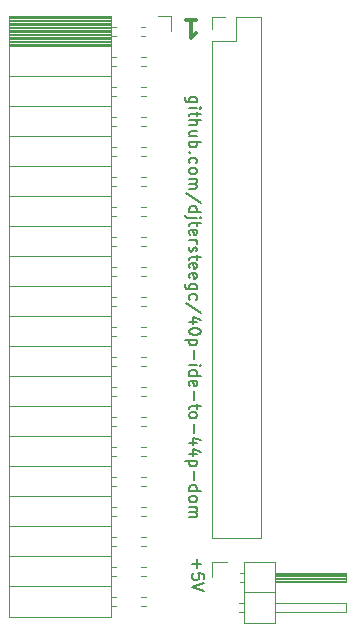
<source format=gbr>
%TF.GenerationSoftware,KiCad,Pcbnew,(6.0.4)*%
%TF.CreationDate,2022-04-17T12:33:45-05:00*%
%TF.ProjectId,40p-ide-to-44p-dom,3430702d-6964-4652-9d74-6f2d3434702d,rev?*%
%TF.SameCoordinates,Original*%
%TF.FileFunction,Legend,Top*%
%TF.FilePolarity,Positive*%
%FSLAX46Y46*%
G04 Gerber Fmt 4.6, Leading zero omitted, Abs format (unit mm)*
G04 Created by KiCad (PCBNEW (6.0.4)) date 2022-04-17 12:33:45*
%MOMM*%
%LPD*%
G01*
G04 APERTURE LIST*
%ADD10C,0.200000*%
%ADD11C,0.300000*%
%ADD12C,0.120000*%
G04 APERTURE END LIST*
D10*
X159694571Y-107934285D02*
X159694571Y-108696190D01*
X159313619Y-108315238D02*
X160075523Y-108315238D01*
X160313619Y-109648571D02*
X160313619Y-109172380D01*
X159837428Y-109124761D01*
X159885047Y-109172380D01*
X159932666Y-109267619D01*
X159932666Y-109505714D01*
X159885047Y-109600952D01*
X159837428Y-109648571D01*
X159742190Y-109696190D01*
X159504095Y-109696190D01*
X159408857Y-109648571D01*
X159361238Y-109600952D01*
X159313619Y-109505714D01*
X159313619Y-109267619D01*
X159361238Y-109172380D01*
X159408857Y-109124761D01*
X160313619Y-109981904D02*
X159313619Y-110315238D01*
X160313619Y-110648571D01*
D11*
X158829428Y-62313428D02*
X159686571Y-62313428D01*
X159258000Y-62313428D02*
X159258000Y-63813428D01*
X159400857Y-63599142D01*
X159543714Y-63456285D01*
X159686571Y-63384857D01*
D10*
X159726285Y-69256857D02*
X158916761Y-69256857D01*
X158821523Y-69209238D01*
X158773904Y-69161619D01*
X158726285Y-69066380D01*
X158726285Y-68923523D01*
X158773904Y-68828285D01*
X159107238Y-69256857D02*
X159059619Y-69161619D01*
X159059619Y-68971142D01*
X159107238Y-68875904D01*
X159154857Y-68828285D01*
X159250095Y-68780666D01*
X159535809Y-68780666D01*
X159631047Y-68828285D01*
X159678666Y-68875904D01*
X159726285Y-68971142D01*
X159726285Y-69161619D01*
X159678666Y-69256857D01*
X159059619Y-69733047D02*
X159726285Y-69733047D01*
X160059619Y-69733047D02*
X160012000Y-69685428D01*
X159964380Y-69733047D01*
X160012000Y-69780666D01*
X160059619Y-69733047D01*
X159964380Y-69733047D01*
X159726285Y-70066380D02*
X159726285Y-70447333D01*
X160059619Y-70209238D02*
X159202476Y-70209238D01*
X159107238Y-70256857D01*
X159059619Y-70352095D01*
X159059619Y-70447333D01*
X159059619Y-70780666D02*
X160059619Y-70780666D01*
X159059619Y-71209238D02*
X159583428Y-71209238D01*
X159678666Y-71161619D01*
X159726285Y-71066380D01*
X159726285Y-70923523D01*
X159678666Y-70828285D01*
X159631047Y-70780666D01*
X159726285Y-72114000D02*
X159059619Y-72114000D01*
X159726285Y-71685428D02*
X159202476Y-71685428D01*
X159107238Y-71733047D01*
X159059619Y-71828285D01*
X159059619Y-71971142D01*
X159107238Y-72066380D01*
X159154857Y-72114000D01*
X159059619Y-72590190D02*
X160059619Y-72590190D01*
X159678666Y-72590190D02*
X159726285Y-72685428D01*
X159726285Y-72875904D01*
X159678666Y-72971142D01*
X159631047Y-73018761D01*
X159535809Y-73066380D01*
X159250095Y-73066380D01*
X159154857Y-73018761D01*
X159107238Y-72971142D01*
X159059619Y-72875904D01*
X159059619Y-72685428D01*
X159107238Y-72590190D01*
X159154857Y-73494952D02*
X159107238Y-73542571D01*
X159059619Y-73494952D01*
X159107238Y-73447333D01*
X159154857Y-73494952D01*
X159059619Y-73494952D01*
X159107238Y-74399714D02*
X159059619Y-74304476D01*
X159059619Y-74114000D01*
X159107238Y-74018761D01*
X159154857Y-73971142D01*
X159250095Y-73923523D01*
X159535809Y-73923523D01*
X159631047Y-73971142D01*
X159678666Y-74018761D01*
X159726285Y-74114000D01*
X159726285Y-74304476D01*
X159678666Y-74399714D01*
X159059619Y-74971142D02*
X159107238Y-74875904D01*
X159154857Y-74828285D01*
X159250095Y-74780666D01*
X159535809Y-74780666D01*
X159631047Y-74828285D01*
X159678666Y-74875904D01*
X159726285Y-74971142D01*
X159726285Y-75114000D01*
X159678666Y-75209238D01*
X159631047Y-75256857D01*
X159535809Y-75304476D01*
X159250095Y-75304476D01*
X159154857Y-75256857D01*
X159107238Y-75209238D01*
X159059619Y-75114000D01*
X159059619Y-74971142D01*
X159059619Y-75733047D02*
X159726285Y-75733047D01*
X159631047Y-75733047D02*
X159678666Y-75780666D01*
X159726285Y-75875904D01*
X159726285Y-76018761D01*
X159678666Y-76114000D01*
X159583428Y-76161619D01*
X159059619Y-76161619D01*
X159583428Y-76161619D02*
X159678666Y-76209238D01*
X159726285Y-76304476D01*
X159726285Y-76447333D01*
X159678666Y-76542571D01*
X159583428Y-76590190D01*
X159059619Y-76590190D01*
X160107238Y-77780666D02*
X158821523Y-76923523D01*
X159059619Y-78542571D02*
X160059619Y-78542571D01*
X159107238Y-78542571D02*
X159059619Y-78447333D01*
X159059619Y-78256857D01*
X159107238Y-78161619D01*
X159154857Y-78114000D01*
X159250095Y-78066380D01*
X159535809Y-78066380D01*
X159631047Y-78114000D01*
X159678666Y-78161619D01*
X159726285Y-78256857D01*
X159726285Y-78447333D01*
X159678666Y-78542571D01*
X159726285Y-79018761D02*
X158869142Y-79018761D01*
X158773904Y-78971142D01*
X158726285Y-78875904D01*
X158726285Y-78828285D01*
X160059619Y-79018761D02*
X160012000Y-78971142D01*
X159964380Y-79018761D01*
X160012000Y-79066380D01*
X160059619Y-79018761D01*
X159964380Y-79018761D01*
X159726285Y-79352095D02*
X159726285Y-79733047D01*
X160059619Y-79494952D02*
X159202476Y-79494952D01*
X159107238Y-79542571D01*
X159059619Y-79637809D01*
X159059619Y-79733047D01*
X159107238Y-80447333D02*
X159059619Y-80352095D01*
X159059619Y-80161619D01*
X159107238Y-80066380D01*
X159202476Y-80018761D01*
X159583428Y-80018761D01*
X159678666Y-80066380D01*
X159726285Y-80161619D01*
X159726285Y-80352095D01*
X159678666Y-80447333D01*
X159583428Y-80494952D01*
X159488190Y-80494952D01*
X159392952Y-80018761D01*
X159059619Y-80923523D02*
X159726285Y-80923523D01*
X159535809Y-80923523D02*
X159631047Y-80971142D01*
X159678666Y-81018761D01*
X159726285Y-81114000D01*
X159726285Y-81209238D01*
X159107238Y-81494952D02*
X159059619Y-81590190D01*
X159059619Y-81780666D01*
X159107238Y-81875904D01*
X159202476Y-81923523D01*
X159250095Y-81923523D01*
X159345333Y-81875904D01*
X159392952Y-81780666D01*
X159392952Y-81637809D01*
X159440571Y-81542571D01*
X159535809Y-81494952D01*
X159583428Y-81494952D01*
X159678666Y-81542571D01*
X159726285Y-81637809D01*
X159726285Y-81780666D01*
X159678666Y-81875904D01*
X159726285Y-82209238D02*
X159726285Y-82590190D01*
X160059619Y-82352095D02*
X159202476Y-82352095D01*
X159107238Y-82399714D01*
X159059619Y-82494952D01*
X159059619Y-82590190D01*
X159107238Y-83304476D02*
X159059619Y-83209238D01*
X159059619Y-83018761D01*
X159107238Y-82923523D01*
X159202476Y-82875904D01*
X159583428Y-82875904D01*
X159678666Y-82923523D01*
X159726285Y-83018761D01*
X159726285Y-83209238D01*
X159678666Y-83304476D01*
X159583428Y-83352095D01*
X159488190Y-83352095D01*
X159392952Y-82875904D01*
X159107238Y-84161619D02*
X159059619Y-84066380D01*
X159059619Y-83875904D01*
X159107238Y-83780666D01*
X159202476Y-83733047D01*
X159583428Y-83733047D01*
X159678666Y-83780666D01*
X159726285Y-83875904D01*
X159726285Y-84066380D01*
X159678666Y-84161619D01*
X159583428Y-84209238D01*
X159488190Y-84209238D01*
X159392952Y-83733047D01*
X159726285Y-85066380D02*
X158916761Y-85066380D01*
X158821523Y-85018761D01*
X158773904Y-84971142D01*
X158726285Y-84875904D01*
X158726285Y-84733047D01*
X158773904Y-84637809D01*
X159107238Y-85066380D02*
X159059619Y-84971142D01*
X159059619Y-84780666D01*
X159107238Y-84685428D01*
X159154857Y-84637809D01*
X159250095Y-84590190D01*
X159535809Y-84590190D01*
X159631047Y-84637809D01*
X159678666Y-84685428D01*
X159726285Y-84780666D01*
X159726285Y-84971142D01*
X159678666Y-85066380D01*
X159107238Y-85971142D02*
X159059619Y-85875904D01*
X159059619Y-85685428D01*
X159107238Y-85590190D01*
X159154857Y-85542571D01*
X159250095Y-85494952D01*
X159535809Y-85494952D01*
X159631047Y-85542571D01*
X159678666Y-85590190D01*
X159726285Y-85685428D01*
X159726285Y-85875904D01*
X159678666Y-85971142D01*
X160107238Y-87114000D02*
X158821523Y-86256857D01*
X159726285Y-87875904D02*
X159059619Y-87875904D01*
X160107238Y-87637809D02*
X159392952Y-87399714D01*
X159392952Y-88018761D01*
X160059619Y-88590190D02*
X160059619Y-88685428D01*
X160012000Y-88780666D01*
X159964380Y-88828285D01*
X159869142Y-88875904D01*
X159678666Y-88923523D01*
X159440571Y-88923523D01*
X159250095Y-88875904D01*
X159154857Y-88828285D01*
X159107238Y-88780666D01*
X159059619Y-88685428D01*
X159059619Y-88590190D01*
X159107238Y-88494952D01*
X159154857Y-88447333D01*
X159250095Y-88399714D01*
X159440571Y-88352095D01*
X159678666Y-88352095D01*
X159869142Y-88399714D01*
X159964380Y-88447333D01*
X160012000Y-88494952D01*
X160059619Y-88590190D01*
X159726285Y-89352095D02*
X158726285Y-89352095D01*
X159678666Y-89352095D02*
X159726285Y-89447333D01*
X159726285Y-89637809D01*
X159678666Y-89733047D01*
X159631047Y-89780666D01*
X159535809Y-89828285D01*
X159250095Y-89828285D01*
X159154857Y-89780666D01*
X159107238Y-89733047D01*
X159059619Y-89637809D01*
X159059619Y-89447333D01*
X159107238Y-89352095D01*
X159440571Y-90256857D02*
X159440571Y-91018761D01*
X159059619Y-91494952D02*
X159726285Y-91494952D01*
X160059619Y-91494952D02*
X160012000Y-91447333D01*
X159964380Y-91494952D01*
X160012000Y-91542571D01*
X160059619Y-91494952D01*
X159964380Y-91494952D01*
X159059619Y-92399714D02*
X160059619Y-92399714D01*
X159107238Y-92399714D02*
X159059619Y-92304476D01*
X159059619Y-92114000D01*
X159107238Y-92018761D01*
X159154857Y-91971142D01*
X159250095Y-91923523D01*
X159535809Y-91923523D01*
X159631047Y-91971142D01*
X159678666Y-92018761D01*
X159726285Y-92114000D01*
X159726285Y-92304476D01*
X159678666Y-92399714D01*
X159107238Y-93256857D02*
X159059619Y-93161619D01*
X159059619Y-92971142D01*
X159107238Y-92875904D01*
X159202476Y-92828285D01*
X159583428Y-92828285D01*
X159678666Y-92875904D01*
X159726285Y-92971142D01*
X159726285Y-93161619D01*
X159678666Y-93256857D01*
X159583428Y-93304476D01*
X159488190Y-93304476D01*
X159392952Y-92828285D01*
X159440571Y-93733047D02*
X159440571Y-94494952D01*
X159726285Y-94828285D02*
X159726285Y-95209238D01*
X160059619Y-94971142D02*
X159202476Y-94971142D01*
X159107238Y-95018761D01*
X159059619Y-95114000D01*
X159059619Y-95209238D01*
X159059619Y-95685428D02*
X159107238Y-95590190D01*
X159154857Y-95542571D01*
X159250095Y-95494952D01*
X159535809Y-95494952D01*
X159631047Y-95542571D01*
X159678666Y-95590190D01*
X159726285Y-95685428D01*
X159726285Y-95828285D01*
X159678666Y-95923523D01*
X159631047Y-95971142D01*
X159535809Y-96018761D01*
X159250095Y-96018761D01*
X159154857Y-95971142D01*
X159107238Y-95923523D01*
X159059619Y-95828285D01*
X159059619Y-95685428D01*
X159440571Y-96447333D02*
X159440571Y-97209238D01*
X159726285Y-98114000D02*
X159059619Y-98114000D01*
X160107238Y-97875904D02*
X159392952Y-97637809D01*
X159392952Y-98256857D01*
X159726285Y-99066380D02*
X159059619Y-99066380D01*
X160107238Y-98828285D02*
X159392952Y-98590190D01*
X159392952Y-99209238D01*
X159726285Y-99590190D02*
X158726285Y-99590190D01*
X159678666Y-99590190D02*
X159726285Y-99685428D01*
X159726285Y-99875904D01*
X159678666Y-99971142D01*
X159631047Y-100018761D01*
X159535809Y-100066380D01*
X159250095Y-100066380D01*
X159154857Y-100018761D01*
X159107238Y-99971142D01*
X159059619Y-99875904D01*
X159059619Y-99685428D01*
X159107238Y-99590190D01*
X159440571Y-100494952D02*
X159440571Y-101256857D01*
X159059619Y-102161619D02*
X160059619Y-102161619D01*
X159107238Y-102161619D02*
X159059619Y-102066380D01*
X159059619Y-101875904D01*
X159107238Y-101780666D01*
X159154857Y-101733047D01*
X159250095Y-101685428D01*
X159535809Y-101685428D01*
X159631047Y-101733047D01*
X159678666Y-101780666D01*
X159726285Y-101875904D01*
X159726285Y-102066380D01*
X159678666Y-102161619D01*
X159059619Y-102780666D02*
X159107238Y-102685428D01*
X159154857Y-102637809D01*
X159250095Y-102590190D01*
X159535809Y-102590190D01*
X159631047Y-102637809D01*
X159678666Y-102685428D01*
X159726285Y-102780666D01*
X159726285Y-102923523D01*
X159678666Y-103018761D01*
X159631047Y-103066380D01*
X159535809Y-103114000D01*
X159250095Y-103114000D01*
X159154857Y-103066380D01*
X159107238Y-103018761D01*
X159059619Y-102923523D01*
X159059619Y-102780666D01*
X159059619Y-103542571D02*
X159726285Y-103542571D01*
X159631047Y-103542571D02*
X159678666Y-103590190D01*
X159726285Y-103685428D01*
X159726285Y-103828285D01*
X159678666Y-103923523D01*
X159583428Y-103971142D01*
X159059619Y-103971142D01*
X159583428Y-103971142D02*
X159678666Y-104018761D01*
X159726285Y-104114000D01*
X159726285Y-104256857D01*
X159678666Y-104352095D01*
X159583428Y-104399714D01*
X159059619Y-104399714D01*
D12*
%TO.C,J2*%
X154974000Y-101702000D02*
X155414000Y-101702000D01*
X152464000Y-106062000D02*
X152874000Y-106062000D01*
X154974000Y-94082000D02*
X155414000Y-94082000D01*
X154974000Y-66142000D02*
X155414000Y-66142000D01*
X143834000Y-62386285D02*
X152464000Y-62386285D01*
X154974000Y-67962000D02*
X155414000Y-67962000D01*
X154974000Y-108602000D02*
X155414000Y-108602000D01*
X154974000Y-85742000D02*
X155414000Y-85742000D01*
X152464000Y-73042000D02*
X152874000Y-73042000D01*
X143834000Y-61912000D02*
X143834000Y-112832000D01*
X154974000Y-111142000D02*
X155414000Y-111142000D01*
X143834000Y-87372000D02*
X152464000Y-87372000D01*
X143834000Y-100072000D02*
X152464000Y-100072000D01*
X143834000Y-69592000D02*
X152464000Y-69592000D01*
X143834000Y-84832000D02*
X152464000Y-84832000D01*
X154974000Y-78842000D02*
X155414000Y-78842000D01*
X154974000Y-88282000D02*
X155414000Y-88282000D01*
X152464000Y-111142000D02*
X152874000Y-111142000D01*
X143834000Y-64512000D02*
X152464000Y-64512000D01*
X143834000Y-63331045D02*
X152464000Y-63331045D01*
X152464000Y-67962000D02*
X152874000Y-67962000D01*
X152464000Y-63602000D02*
X152874000Y-63602000D01*
X152464000Y-71222000D02*
X152874000Y-71222000D01*
X154974000Y-104242000D02*
X155414000Y-104242000D01*
X157574000Y-61912000D02*
X157574000Y-63242000D01*
X152464000Y-93362000D02*
X152874000Y-93362000D01*
X143834000Y-63685330D02*
X152464000Y-63685330D01*
X143834000Y-61912000D02*
X152464000Y-61912000D01*
X143834000Y-63449140D02*
X152464000Y-63449140D01*
X143834000Y-112832000D02*
X152464000Y-112832000D01*
X152464000Y-100982000D02*
X152874000Y-100982000D01*
X152464000Y-95902000D02*
X152874000Y-95902000D01*
X143834000Y-105152000D02*
X152464000Y-105152000D01*
X154974000Y-80662000D02*
X155414000Y-80662000D01*
X154974000Y-78122000D02*
X155414000Y-78122000D01*
X154974000Y-106062000D02*
X155414000Y-106062000D01*
X154974000Y-95902000D02*
X155414000Y-95902000D01*
X152464000Y-68682000D02*
X152874000Y-68682000D01*
X143834000Y-94992000D02*
X152464000Y-94992000D01*
X143834000Y-79752000D02*
X152464000Y-79752000D01*
X152464000Y-98442000D02*
X152874000Y-98442000D01*
X152464000Y-86462000D02*
X152874000Y-86462000D01*
X156464000Y-61912000D02*
X157574000Y-61912000D01*
X152464000Y-75582000D02*
X152874000Y-75582000D01*
X143834000Y-64275805D02*
X152464000Y-64275805D01*
X143834000Y-62622475D02*
X152464000Y-62622475D01*
X154974000Y-100982000D02*
X155414000Y-100982000D01*
X143834000Y-77212000D02*
X152464000Y-77212000D01*
X143834000Y-92452000D02*
X152464000Y-92452000D01*
X154974000Y-70502000D02*
X155414000Y-70502000D01*
X143834000Y-63567235D02*
X152464000Y-63567235D01*
X154974000Y-90822000D02*
X155414000Y-90822000D01*
X154974000Y-86462000D02*
X155414000Y-86462000D01*
X152464000Y-91542000D02*
X152874000Y-91542000D01*
X143834000Y-97532000D02*
X152464000Y-97532000D01*
X152464000Y-66142000D02*
X152874000Y-66142000D01*
X154974000Y-111862000D02*
X155414000Y-111862000D01*
X143834000Y-67052000D02*
X152464000Y-67052000D01*
X143834000Y-63803425D02*
X152464000Y-63803425D01*
X152464000Y-78842000D02*
X152874000Y-78842000D01*
X152464000Y-104242000D02*
X152874000Y-104242000D01*
X154974000Y-68682000D02*
X155414000Y-68682000D01*
X143834000Y-62150095D02*
X152464000Y-62150095D01*
X143834000Y-64157710D02*
X152464000Y-64157710D01*
X152464000Y-99162000D02*
X152874000Y-99162000D01*
X143834000Y-62268190D02*
X152464000Y-62268190D01*
X154974000Y-93362000D02*
X155414000Y-93362000D01*
X152464000Y-85742000D02*
X152874000Y-85742000D01*
X143834000Y-62504380D02*
X152464000Y-62504380D01*
X143834000Y-82292000D02*
X152464000Y-82292000D01*
X152464000Y-89002000D02*
X152874000Y-89002000D01*
X143834000Y-74672000D02*
X152464000Y-74672000D01*
X154974000Y-83202000D02*
X155414000Y-83202000D01*
X152464000Y-80662000D02*
X152874000Y-80662000D01*
X154974000Y-109322000D02*
X155414000Y-109322000D01*
X152464000Y-111862000D02*
X152874000Y-111862000D01*
X152464000Y-70502000D02*
X152874000Y-70502000D01*
X154974000Y-73762000D02*
X155414000Y-73762000D01*
X154974000Y-103522000D02*
X155414000Y-103522000D01*
X143834000Y-64039615D02*
X152464000Y-64039615D01*
X154974000Y-96622000D02*
X155414000Y-96622000D01*
X152464000Y-78122000D02*
X152874000Y-78122000D01*
X154974000Y-106782000D02*
X155414000Y-106782000D01*
X154974000Y-83922000D02*
X155414000Y-83922000D01*
X154974000Y-98442000D02*
X155414000Y-98442000D01*
X154974000Y-62882000D02*
X155354000Y-62882000D01*
X152464000Y-96622000D02*
X152874000Y-96622000D01*
X152464000Y-94082000D02*
X152874000Y-94082000D01*
X154974000Y-73042000D02*
X155414000Y-73042000D01*
X143834000Y-62740570D02*
X152464000Y-62740570D01*
X143834000Y-62858665D02*
X152464000Y-62858665D01*
X154974000Y-89002000D02*
X155414000Y-89002000D01*
X154974000Y-63602000D02*
X155354000Y-63602000D01*
X152464000Y-81382000D02*
X152874000Y-81382000D01*
X152464000Y-103522000D02*
X152874000Y-103522000D01*
X154974000Y-75582000D02*
X155414000Y-75582000D01*
X143834000Y-63921520D02*
X152464000Y-63921520D01*
X143834000Y-63094855D02*
X152464000Y-63094855D01*
X152464000Y-62882000D02*
X152874000Y-62882000D01*
X152464000Y-76302000D02*
X152874000Y-76302000D01*
X154974000Y-71222000D02*
X155414000Y-71222000D01*
X143834000Y-107692000D02*
X152464000Y-107692000D01*
X143834000Y-89912000D02*
X152464000Y-89912000D01*
X152464000Y-73762000D02*
X152874000Y-73762000D01*
X154974000Y-81382000D02*
X155414000Y-81382000D01*
X143834000Y-64393900D02*
X152464000Y-64393900D01*
X143834000Y-63212950D02*
X152464000Y-63212950D01*
X152464000Y-109322000D02*
X152874000Y-109322000D01*
X152464000Y-101702000D02*
X152874000Y-101702000D01*
X152464000Y-83922000D02*
X152874000Y-83922000D01*
X152464000Y-90822000D02*
X152874000Y-90822000D01*
X152464000Y-108602000D02*
X152874000Y-108602000D01*
X152464000Y-83202000D02*
X152874000Y-83202000D01*
X143834000Y-62032000D02*
X152464000Y-62032000D01*
X143834000Y-62976760D02*
X152464000Y-62976760D01*
X152464000Y-61912000D02*
X152464000Y-112832000D01*
X152464000Y-65422000D02*
X152874000Y-65422000D01*
X143834000Y-110232000D02*
X152464000Y-110232000D01*
X154974000Y-76302000D02*
X155414000Y-76302000D01*
X154974000Y-99162000D02*
X155414000Y-99162000D01*
X143834000Y-72132000D02*
X152464000Y-72132000D01*
X154974000Y-65422000D02*
X155414000Y-65422000D01*
X152464000Y-106782000D02*
X152874000Y-106782000D01*
X154974000Y-91542000D02*
X155414000Y-91542000D01*
X143834000Y-102612000D02*
X152464000Y-102612000D01*
X152464000Y-88282000D02*
X152874000Y-88282000D01*
%TO.C,J3*%
X172349000Y-112389000D02*
X166349000Y-112389000D01*
X166349000Y-109089000D02*
X172349000Y-109089000D01*
X160979000Y-108199000D02*
X162249000Y-108199000D01*
X163291929Y-111629000D02*
X163689000Y-111629000D01*
X166349000Y-109749000D02*
X172349000Y-109749000D01*
X166349000Y-109509000D02*
X172349000Y-109509000D01*
X166349000Y-108139000D02*
X163689000Y-108139000D01*
X163689000Y-113339000D02*
X166349000Y-113339000D01*
X163689000Y-110739000D02*
X166349000Y-110739000D01*
X163359000Y-109849000D02*
X163689000Y-109849000D01*
X166349000Y-113339000D02*
X166349000Y-108139000D01*
X172349000Y-111629000D02*
X172349000Y-112389000D01*
X163359000Y-109089000D02*
X163689000Y-109089000D01*
X166349000Y-109269000D02*
X172349000Y-109269000D01*
X172349000Y-109089000D02*
X172349000Y-109849000D01*
X160979000Y-109469000D02*
X160979000Y-108199000D01*
X166349000Y-109629000D02*
X172349000Y-109629000D01*
X172349000Y-109849000D02*
X166349000Y-109849000D01*
X163689000Y-108139000D02*
X163689000Y-113339000D01*
X166349000Y-109389000D02*
X172349000Y-109389000D01*
X163291929Y-112389000D02*
X163689000Y-112389000D01*
X166349000Y-109149000D02*
X172349000Y-109149000D01*
X166349000Y-111629000D02*
X172349000Y-111629000D01*
%TO.C,J1*%
X161008000Y-62014000D02*
X162068000Y-62014000D01*
X163068000Y-64074000D02*
X163068000Y-62014000D01*
X161008000Y-106134000D02*
X165128000Y-106134000D01*
X161008000Y-63074000D02*
X161008000Y-62014000D01*
X161008000Y-64074000D02*
X163068000Y-64074000D01*
X163068000Y-62014000D02*
X165128000Y-62014000D01*
X165128000Y-62014000D02*
X165128000Y-106134000D01*
X161008000Y-64074000D02*
X161008000Y-106134000D01*
%TD*%
M02*

</source>
